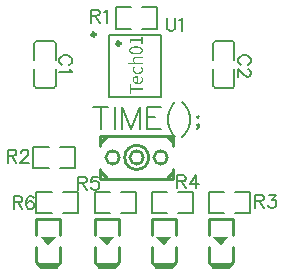
<source format=gto>
G04 Layer: TopSilkscreenLayer*
G04 EasyEDA v6.5.34, 2023-09-24 11:42:33*
G04 85920c42d4f548bdae791b01a5babccf,ed70181f279245e6aff80281ee7dc86a,10*
G04 Gerber Generator version 0.2*
G04 Scale: 100 percent, Rotated: No, Reflected: No *
G04 Dimensions in millimeters *
G04 leading zeros omitted , absolute positions ,4 integer and 5 decimal *
%FSLAX45Y45*%
%MOMM*%

%ADD10C,0.1524*%
%ADD11C,0.2540*%
%ADD12C,0.3000*%

%LPD*%
G36*
X5056886Y6013958D02*
G01*
X5056886Y5991098D01*
X4955794Y5991098D01*
X4955794Y5981700D01*
X4958232Y5977077D01*
X4960264Y5971844D01*
X4961991Y5965901D01*
X4963414Y5959094D01*
X4971542Y5959094D01*
X4971542Y5978906D01*
X5056886Y5978906D01*
X5056886Y5953760D01*
X5067300Y5953760D01*
X5067300Y6013958D01*
G37*
G36*
X5011166Y5932424D02*
G01*
X5001920Y5932170D01*
X4993487Y5931357D01*
X4985918Y5930087D01*
X4979111Y5928309D01*
X4973167Y5926023D01*
X4967986Y5923330D01*
X4963617Y5920181D01*
X4960061Y5916574D01*
X4957318Y5912612D01*
X4955336Y5908243D01*
X4954168Y5903468D01*
X4953762Y5898388D01*
X4963922Y5898388D01*
X4964633Y5903112D01*
X4966716Y5907430D01*
X4970221Y5911189D01*
X4975250Y5914390D01*
X4981803Y5916980D01*
X4989982Y5918911D01*
X4999736Y5920079D01*
X5011166Y5920486D01*
X5019040Y5920282D01*
X5026202Y5919774D01*
X5032603Y5918911D01*
X5038293Y5917692D01*
X5043271Y5916168D01*
X5047538Y5914390D01*
X5051145Y5912307D01*
X5054041Y5909970D01*
X5056327Y5907430D01*
X5057902Y5904585D01*
X5058867Y5901588D01*
X5059172Y5898388D01*
X5058867Y5895187D01*
X5057902Y5892139D01*
X5056327Y5889345D01*
X5054041Y5886805D01*
X5051145Y5884468D01*
X5047538Y5882386D01*
X5043271Y5880608D01*
X5038293Y5879084D01*
X5032603Y5877864D01*
X5026202Y5877001D01*
X5019040Y5876493D01*
X5011166Y5876290D01*
X4999736Y5876696D01*
X4989982Y5877864D01*
X4981803Y5879795D01*
X4975250Y5882386D01*
X4970221Y5885586D01*
X4966716Y5889345D01*
X4964633Y5893663D01*
X4963922Y5898388D01*
X4953762Y5898388D01*
X4954168Y5893358D01*
X4955336Y5888634D01*
X4957267Y5884265D01*
X4960010Y5880252D01*
X4963566Y5876645D01*
X4967884Y5873445D01*
X4973066Y5870651D01*
X4979009Y5868365D01*
X4985816Y5866536D01*
X4993436Y5865215D01*
X5001869Y5864352D01*
X5011166Y5864098D01*
X5020462Y5864352D01*
X5028946Y5865215D01*
X5036667Y5866536D01*
X5043525Y5868365D01*
X5049570Y5870651D01*
X5054803Y5873445D01*
X5059273Y5876645D01*
X5062880Y5880252D01*
X5065725Y5884265D01*
X5067706Y5888634D01*
X5068925Y5893358D01*
X5069332Y5898388D01*
X5068925Y5903468D01*
X5067706Y5908243D01*
X5065725Y5912612D01*
X5062880Y5916574D01*
X5059273Y5920181D01*
X5054803Y5923330D01*
X5049570Y5926023D01*
X5043525Y5928309D01*
X5036667Y5930087D01*
X5028946Y5931357D01*
X5020462Y5932170D01*
G37*
G36*
X5014976Y5844032D02*
G01*
X5007559Y5843625D01*
X5001056Y5842508D01*
X4995570Y5840577D01*
X4991049Y5837834D01*
X4987544Y5834329D01*
X4985004Y5830011D01*
X4983480Y5824829D01*
X4982972Y5818886D01*
X4984089Y5810859D01*
X4987086Y5803696D01*
X4991557Y5797245D01*
X4996942Y5791200D01*
X4979670Y5791708D01*
X4945888Y5791708D01*
X4945888Y5779262D01*
X5067300Y5779262D01*
X5067300Y5791708D01*
X5007102Y5791708D01*
X5001260Y5797702D01*
X4997043Y5803290D01*
X4994503Y5808980D01*
X4993640Y5815076D01*
X4995011Y5822442D01*
X4999177Y5827471D01*
X5006289Y5830417D01*
X5016500Y5831332D01*
X5067300Y5831332D01*
X5067300Y5844032D01*
G37*
G36*
X5058664Y5760466D02*
G01*
X5050536Y5755132D01*
X5053787Y5750864D01*
X5056428Y5746038D01*
X5058257Y5740755D01*
X5058918Y5735066D01*
X5058308Y5729427D01*
X5056530Y5724296D01*
X5053685Y5719775D01*
X5049875Y5715965D01*
X5045100Y5712866D01*
X5039512Y5710580D01*
X5033162Y5709158D01*
X5026152Y5708650D01*
X5019141Y5709158D01*
X5012791Y5710682D01*
X5007203Y5713069D01*
X5002428Y5716270D01*
X4998618Y5720181D01*
X4995773Y5724702D01*
X4993995Y5729782D01*
X4993386Y5735320D01*
X4993944Y5740196D01*
X4995468Y5744616D01*
X4997754Y5748731D01*
X5000752Y5752592D01*
X4992878Y5758942D01*
X4989068Y5754370D01*
X4985918Y5748934D01*
X4983784Y5742533D01*
X4982972Y5735066D01*
X4983276Y5729884D01*
X4984242Y5724804D01*
X4985867Y5720029D01*
X4988052Y5715508D01*
X4990896Y5711291D01*
X4994300Y5707481D01*
X4998262Y5704078D01*
X5002784Y5701233D01*
X5007813Y5698896D01*
X5013452Y5697169D01*
X5019548Y5696051D01*
X5026152Y5695696D01*
X5032705Y5696051D01*
X5038801Y5697016D01*
X5044389Y5698642D01*
X5049418Y5700826D01*
X5053939Y5703570D01*
X5057952Y5706770D01*
X5061356Y5710428D01*
X5064201Y5714492D01*
X5066385Y5718962D01*
X5068011Y5723737D01*
X5068976Y5728766D01*
X5069332Y5734050D01*
X5068570Y5741466D01*
X5066487Y5748426D01*
X5063134Y5754776D01*
G37*
G36*
X5021326Y5681218D02*
G01*
X5012893Y5680659D01*
X5005374Y5679084D01*
X4998821Y5676442D01*
X4993284Y5672785D01*
X4988864Y5668213D01*
X4985664Y5662676D01*
X4983632Y5656275D01*
X4982972Y5648960D01*
X4992878Y5648960D01*
X4993335Y5653735D01*
X4994605Y5657951D01*
X4996789Y5661609D01*
X4999786Y5664657D01*
X5003596Y5667095D01*
X5008219Y5668873D01*
X5013604Y5669940D01*
X5019802Y5670296D01*
X5019802Y5624322D01*
X5013756Y5625388D01*
X5008422Y5627217D01*
X5003800Y5629706D01*
X4999939Y5632754D01*
X4996891Y5636260D01*
X4994706Y5640222D01*
X4993335Y5644489D01*
X4992878Y5648960D01*
X4982972Y5648960D01*
X4983327Y5644235D01*
X4984343Y5639612D01*
X4985969Y5635193D01*
X4988255Y5630926D01*
X4991100Y5627014D01*
X4994554Y5623407D01*
X4998567Y5620207D01*
X5003088Y5617464D01*
X5008168Y5615228D01*
X5013706Y5613552D01*
X5019700Y5612485D01*
X5026152Y5612130D01*
X5032705Y5612485D01*
X5038801Y5613501D01*
X5044389Y5615178D01*
X5049418Y5617413D01*
X5053939Y5620207D01*
X5057952Y5623509D01*
X5061356Y5627217D01*
X5064201Y5631383D01*
X5066385Y5635904D01*
X5068011Y5640781D01*
X5068976Y5645912D01*
X5069332Y5651246D01*
X5068671Y5659272D01*
X5066842Y5666333D01*
X5064201Y5672582D01*
X5060950Y5678170D01*
X5052568Y5673598D01*
X5055463Y5668873D01*
X5057597Y5663844D01*
X5058968Y5658510D01*
X5059426Y5652770D01*
X5058867Y5646826D01*
X5057241Y5641492D01*
X5054600Y5636818D01*
X5051044Y5632754D01*
X5046624Y5629503D01*
X5041442Y5626963D01*
X5035499Y5625338D01*
X5028946Y5624576D01*
X5028946Y5680710D01*
X5025440Y5681167D01*
G37*
G36*
X4955794Y5610352D02*
G01*
X4955794Y5529326D01*
X4966462Y5529326D01*
X4966462Y5563362D01*
X5067300Y5563362D01*
X5067300Y5576062D01*
X4966462Y5576062D01*
X4966462Y5610352D01*
G37*
D10*
X5270500Y6173215D02*
G01*
X5270500Y6095237D01*
X5275579Y6079744D01*
X5285993Y6069329D01*
X5301741Y6064250D01*
X5312156Y6064250D01*
X5327650Y6069329D01*
X5338063Y6079744D01*
X5343143Y6095237D01*
X5343143Y6173215D01*
X5377434Y6152387D02*
G01*
X5387847Y6157721D01*
X5403595Y6173215D01*
X5403595Y6064250D01*
X3924300Y5055615D02*
G01*
X3924300Y4946650D01*
X3924300Y5055615D02*
G01*
X3971036Y5055615D01*
X3986529Y5050536D01*
X3991863Y5045202D01*
X3996943Y5034787D01*
X3996943Y5024373D01*
X3991863Y5013960D01*
X3986529Y5008879D01*
X3971036Y5003800D01*
X3924300Y5003800D01*
X3960622Y5003800D02*
G01*
X3996943Y4946650D01*
X4036568Y5029707D02*
G01*
X4036568Y5034787D01*
X4041647Y5045202D01*
X4046981Y5050536D01*
X4057395Y5055615D01*
X4077970Y5055615D01*
X4088384Y5050536D01*
X4093718Y5045202D01*
X4098797Y5034787D01*
X4098797Y5024373D01*
X4093718Y5013960D01*
X4083304Y4998465D01*
X4031234Y4946650D01*
X4104131Y4946650D01*
X4629404Y6242050D02*
G01*
X4629404Y6133084D01*
X4629404Y6242050D02*
G01*
X4676140Y6242050D01*
X4691634Y6236970D01*
X4696968Y6231636D01*
X4702047Y6221221D01*
X4702047Y6210807D01*
X4696968Y6200394D01*
X4691634Y6195313D01*
X4676140Y6190234D01*
X4629404Y6190234D01*
X4665725Y6190234D02*
G01*
X4702047Y6133084D01*
X4736338Y6221221D02*
G01*
X4746752Y6226555D01*
X4762500Y6242050D01*
X4762500Y6133084D01*
X5956808Y5776721D02*
G01*
X5967222Y5782055D01*
X5977636Y5792470D01*
X5982715Y5802629D01*
X5982715Y5823457D01*
X5977636Y5833871D01*
X5967222Y5844286D01*
X5956808Y5849620D01*
X5941059Y5854700D01*
X5915152Y5854700D01*
X5899658Y5849620D01*
X5889243Y5844286D01*
X5878829Y5833871D01*
X5873750Y5823457D01*
X5873750Y5802629D01*
X5878829Y5792470D01*
X5889243Y5782055D01*
X5899658Y5776721D01*
X5956808Y5737352D02*
G01*
X5961888Y5737352D01*
X5972302Y5732018D01*
X5977636Y5726937D01*
X5982715Y5716523D01*
X5982715Y5695695D01*
X5977636Y5685281D01*
X5972302Y5680202D01*
X5961888Y5674868D01*
X5951474Y5674868D01*
X5941059Y5680202D01*
X5925565Y5690615D01*
X5873750Y5742431D01*
X5873750Y5669787D01*
X4445508Y5776721D02*
G01*
X4455922Y5782055D01*
X4466336Y5792470D01*
X4471415Y5802629D01*
X4471415Y5823457D01*
X4466336Y5833871D01*
X4455922Y5844286D01*
X4445508Y5849620D01*
X4429759Y5854700D01*
X4403852Y5854700D01*
X4388358Y5849620D01*
X4377943Y5844286D01*
X4367529Y5833871D01*
X4362450Y5823457D01*
X4362450Y5802629D01*
X4367529Y5792470D01*
X4377943Y5782055D01*
X4388358Y5776721D01*
X4450588Y5742431D02*
G01*
X4455922Y5732018D01*
X4471415Y5716523D01*
X4362450Y5716523D01*
X6019800Y4674615D02*
G01*
X6019800Y4565650D01*
X6019800Y4674615D02*
G01*
X6066536Y4674615D01*
X6082029Y4669536D01*
X6087363Y4664202D01*
X6092443Y4653787D01*
X6092443Y4643373D01*
X6087363Y4632960D01*
X6082029Y4627879D01*
X6066536Y4622800D01*
X6019800Y4622800D01*
X6056122Y4622800D02*
G01*
X6092443Y4565650D01*
X6137147Y4674615D02*
G01*
X6194297Y4674615D01*
X6163309Y4632960D01*
X6178804Y4632960D01*
X6189218Y4627879D01*
X6194297Y4622800D01*
X6199631Y4607052D01*
X6199631Y4596637D01*
X6194297Y4581144D01*
X6183884Y4570729D01*
X6168390Y4565650D01*
X6152895Y4565650D01*
X6137147Y4570729D01*
X6132068Y4575810D01*
X6126734Y4586223D01*
X5359400Y4839715D02*
G01*
X5359400Y4730750D01*
X5359400Y4839715D02*
G01*
X5406136Y4839715D01*
X5421629Y4834636D01*
X5426963Y4829302D01*
X5432043Y4818887D01*
X5432043Y4808473D01*
X5426963Y4798060D01*
X5421629Y4792979D01*
X5406136Y4787900D01*
X5359400Y4787900D01*
X5395722Y4787900D02*
G01*
X5432043Y4730750D01*
X5518404Y4839715D02*
G01*
X5466334Y4767071D01*
X5544311Y4767071D01*
X5518404Y4839715D02*
G01*
X5518404Y4730750D01*
X4521200Y4827015D02*
G01*
X4521200Y4718050D01*
X4521200Y4827015D02*
G01*
X4567936Y4827015D01*
X4583429Y4821936D01*
X4588763Y4816602D01*
X4593843Y4806187D01*
X4593843Y4795773D01*
X4588763Y4785360D01*
X4583429Y4780279D01*
X4567936Y4775200D01*
X4521200Y4775200D01*
X4557522Y4775200D02*
G01*
X4593843Y4718050D01*
X4690618Y4827015D02*
G01*
X4638547Y4827015D01*
X4633468Y4780279D01*
X4638547Y4785360D01*
X4654295Y4790694D01*
X4669790Y4790694D01*
X4685284Y4785360D01*
X4695697Y4775200D01*
X4701031Y4759452D01*
X4701031Y4749037D01*
X4695697Y4733544D01*
X4685284Y4723129D01*
X4669790Y4718050D01*
X4654295Y4718050D01*
X4638547Y4723129D01*
X4633468Y4728210D01*
X4628134Y4738623D01*
X3975100Y4661915D02*
G01*
X3975100Y4552950D01*
X3975100Y4661915D02*
G01*
X4021836Y4661915D01*
X4037329Y4656836D01*
X4042663Y4651502D01*
X4047743Y4641087D01*
X4047743Y4630673D01*
X4042663Y4620260D01*
X4037329Y4615179D01*
X4021836Y4610100D01*
X3975100Y4610100D01*
X4011422Y4610100D02*
G01*
X4047743Y4552950D01*
X4144518Y4646421D02*
G01*
X4139184Y4656836D01*
X4123690Y4661915D01*
X4113275Y4661915D01*
X4097781Y4656836D01*
X4087368Y4641087D01*
X4082034Y4615179D01*
X4082034Y4589271D01*
X4087368Y4568444D01*
X4097781Y4558029D01*
X4113275Y4552950D01*
X4118609Y4552950D01*
X4134104Y4558029D01*
X4144518Y4568444D01*
X4149597Y4583937D01*
X4149597Y4589271D01*
X4144518Y4604765D01*
X4134104Y4615179D01*
X4118609Y4620260D01*
X4113275Y4620260D01*
X4097781Y4615179D01*
X4087368Y4604765D01*
X4082034Y4589271D01*
X4711954Y5421629D02*
G01*
X4711954Y5230621D01*
X4648200Y5421629D02*
G01*
X4775454Y5421629D01*
X4835397Y5421629D02*
G01*
X4835397Y5230621D01*
X4895595Y5421629D02*
G01*
X4895595Y5230621D01*
X4895595Y5421629D02*
G01*
X4968240Y5230621D01*
X5040884Y5421629D02*
G01*
X4968240Y5230621D01*
X5040884Y5421629D02*
G01*
X5040884Y5230621D01*
X5100827Y5421629D02*
G01*
X5100827Y5230621D01*
X5100827Y5421629D02*
G01*
X5219191Y5421629D01*
X5100827Y5330697D02*
G01*
X5173725Y5330697D01*
X5100827Y5230621D02*
G01*
X5219191Y5230621D01*
X5342636Y5457952D02*
G01*
X5324602Y5439663D01*
X5306313Y5412486D01*
X5288279Y5376163D01*
X5279136Y5330697D01*
X5279136Y5294121D01*
X5288279Y5248910D01*
X5306313Y5212334D01*
X5324602Y5185155D01*
X5342636Y5166868D01*
X5402834Y5457952D02*
G01*
X5420868Y5439663D01*
X5439156Y5412486D01*
X5457190Y5376163D01*
X5466334Y5330697D01*
X5466334Y5294121D01*
X5457190Y5248910D01*
X5439156Y5212334D01*
X5420868Y5185155D01*
X5402834Y5166868D01*
X5535422Y5339587D02*
G01*
X5526277Y5330697D01*
X5535422Y5321554D01*
X5544565Y5330697D01*
X5535422Y5339587D01*
X5544565Y5266944D02*
G01*
X5535422Y5257800D01*
X5526277Y5266944D01*
X5535422Y5276087D01*
X5544565Y5266944D01*
X5544565Y5248910D01*
X5526277Y5230621D01*
G36*
X4203750Y4317949D02*
G01*
X4267250Y4241749D01*
X4330750Y4317949D01*
G37*
G36*
X4699050Y4317949D02*
G01*
X4762550Y4241749D01*
X4826050Y4317949D01*
G37*
G36*
X5181650Y4317949D02*
G01*
X5245150Y4241749D01*
X5308650Y4317949D01*
G37*
G36*
X5664250Y4317949D02*
G01*
X5727750Y4241749D01*
X5791250Y4317949D01*
G37*
X4786160Y6029670D02*
G01*
X5221439Y6029670D01*
X5221439Y5501929D01*
X4786160Y5501929D01*
X4786160Y6029670D01*
X4365619Y4899390D02*
G01*
X4494113Y4899390D01*
X4494113Y5082809D01*
X4365619Y5082809D01*
X4270380Y4899390D02*
G01*
X4141886Y4899390D01*
X4141886Y5082809D01*
X4270380Y5082809D01*
X5064119Y6080490D02*
G01*
X5192613Y6080490D01*
X5192613Y6263909D01*
X5064119Y6263909D01*
X4968880Y6080490D02*
G01*
X4840386Y6080490D01*
X4840386Y6263909D01*
X4968880Y6263909D01*
X5843460Y5597380D02*
G01*
X5843460Y5738380D01*
X5662739Y5738380D02*
G01*
X5662739Y5597380D01*
X5677979Y5582140D02*
G01*
X5828220Y5582140D01*
X5843460Y5959619D02*
G01*
X5843460Y5818619D01*
X5662739Y5818619D02*
G01*
X5662739Y5959619D01*
X5677979Y5974859D02*
G01*
X5828220Y5974859D01*
X4151439Y5959619D02*
G01*
X4151439Y5818619D01*
X4332160Y5818619D02*
G01*
X4332160Y5959619D01*
X4316920Y5974859D02*
G01*
X4166679Y5974859D01*
X4151439Y5597380D02*
G01*
X4151439Y5738380D01*
X4332160Y5738380D02*
G01*
X4332160Y5597380D01*
X4316920Y5582140D02*
G01*
X4166679Y5582140D01*
X5851519Y4518390D02*
G01*
X5980013Y4518390D01*
X5980013Y4701809D01*
X5851519Y4701809D01*
X5756280Y4518390D02*
G01*
X5627786Y4518390D01*
X5627786Y4701809D01*
X5756280Y4701809D01*
X5368919Y4518390D02*
G01*
X5497413Y4518390D01*
X5497413Y4701809D01*
X5368919Y4701809D01*
X5273680Y4518390D02*
G01*
X5145186Y4518390D01*
X5145186Y4701809D01*
X5273680Y4701809D01*
X4886319Y4518390D02*
G01*
X5014813Y4518390D01*
X5014813Y4701809D01*
X4886319Y4701809D01*
X4791080Y4518390D02*
G01*
X4662586Y4518390D01*
X4662586Y4701809D01*
X4791080Y4701809D01*
X4391019Y4518390D02*
G01*
X4519513Y4518390D01*
X4519513Y4701809D01*
X4391019Y4701809D01*
X4295780Y4518390D02*
G01*
X4167286Y4518390D01*
X4167286Y4701809D01*
X4295780Y4701809D01*
D11*
X4343425Y4076674D02*
G01*
X4191025Y4076674D01*
X4356831Y4090080D02*
G01*
X4178325Y4089374D01*
X4368825Y4229074D02*
G01*
X4368825Y4102074D01*
X4330725Y4063974D01*
X4203725Y4063974D01*
X4165625Y4102074D01*
X4165625Y4229074D01*
X4368825Y4330674D02*
G01*
X4368825Y4470374D01*
X4165625Y4470374D01*
X4165625Y4330674D01*
X4838725Y4076674D02*
G01*
X4686325Y4076674D01*
X4852131Y4090080D02*
G01*
X4673625Y4089374D01*
X4864125Y4229074D02*
G01*
X4864125Y4102074D01*
X4826025Y4063974D01*
X4699025Y4063974D01*
X4660925Y4102074D01*
X4660925Y4229074D01*
X4864125Y4330674D02*
G01*
X4864125Y4470374D01*
X4660925Y4470374D01*
X4660925Y4330674D01*
X5321325Y4076674D02*
G01*
X5168925Y4076674D01*
X5334731Y4090080D02*
G01*
X5156225Y4089374D01*
X5346725Y4229074D02*
G01*
X5346725Y4102074D01*
X5308625Y4063974D01*
X5181625Y4063974D01*
X5143525Y4102074D01*
X5143525Y4229074D01*
X5346725Y4330674D02*
G01*
X5346725Y4470374D01*
X5143525Y4470374D01*
X5143525Y4330674D01*
X5803925Y4076674D02*
G01*
X5651525Y4076674D01*
X5817331Y4090080D02*
G01*
X5638825Y4089374D01*
X5829325Y4229074D02*
G01*
X5829325Y4102074D01*
X5791225Y4063974D01*
X5664225Y4063974D01*
X5626125Y4102074D01*
X5626125Y4229074D01*
X5829325Y4330674D02*
G01*
X5829325Y4470374D01*
X5626125Y4470374D01*
X5626125Y4330674D01*
X4706498Y5171097D02*
G01*
X5326491Y5171097D01*
X5326491Y4811092D02*
G01*
X4706498Y4811092D01*
X4711694Y4864094D02*
G01*
X4762494Y4813294D01*
X4711694Y5118094D02*
G01*
X4762494Y5168894D01*
X5270494Y5168894D02*
G01*
X5321294Y5118094D01*
X5270494Y4813294D02*
G01*
X5321294Y4864094D01*
X5326491Y5171097D02*
G01*
X5326491Y5089210D01*
X5326491Y4892982D02*
G01*
X5326491Y4811092D01*
X4706498Y5171097D02*
G01*
X4706498Y5089210D01*
X4706498Y4892982D02*
G01*
X4706498Y4811092D01*
D10*
G75*
G01*
X5662740Y5597380D02*
G03*
X5677979Y5582140I15240J0D01*
G75*
G01*
X5828221Y5582140D02*
G03*
X5843460Y5597380I-1J15240D01*
G75*
G01*
X5662740Y5959620D02*
G02*
X5677979Y5974860I15240J0D01*
G75*
G01*
X5828221Y5974860D02*
G02*
X5843460Y5959620I-1J-15240D01*
G75*
G01*
X4332160Y5959620D02*
G03*
X4316921Y5974860I-15240J0D01*
G75*
G01*
X4166679Y5974860D02*
G03*
X4151440Y5959620I1J-15240D01*
G75*
G01*
X4332160Y5597380D02*
G02*
X4316921Y5582140I-15240J0D01*
G75*
G01*
X4166679Y5582140D02*
G02*
X4151440Y5597380I1J15240D01*
D12*
G75*
G01
X4876419Y5956300D02*
G03X4876419Y5956300I-15011J0D01*
G75*
G01
X4665802Y6033033D02*
G03X4665802Y6033033I-15011J0D01*
D11*
G75*
G01
X5073294Y4991100D02*
G03X5073294Y4991100I-56794J0D01*
G75*
G01
X5118100Y4991100D02*
G03X5118100Y4991100I-101600J0D01*
G75*
G01
X5276494Y4991100D02*
G03X5276494Y4991100I-56794J0D01*
G75*
G01
X4870094Y4991100D02*
G03X4870094Y4991100I-56794J0D01*
M02*

</source>
